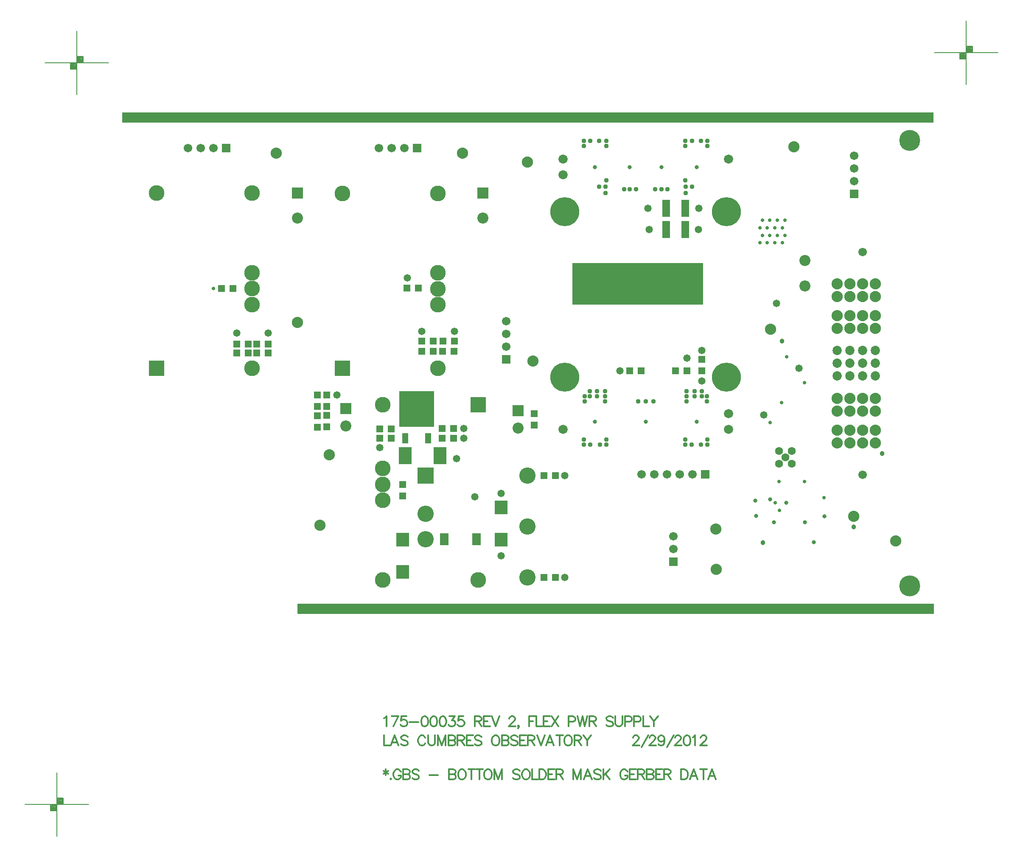
<source format=gbs>
%FSLAX23Y23*%
%MOIN*%
G70*
G01*
G75*
G04 Layer_Color=16711935*
%ADD10R,0.036X0.036*%
%ADD11R,0.050X0.050*%
%ADD12R,0.059X0.039*%
%ADD13O,0.014X0.067*%
%ADD14O,0.024X0.079*%
%ADD15R,0.050X0.050*%
%ADD16R,0.268X0.272*%
%ADD17R,0.037X0.075*%
%ADD18C,0.010*%
%ADD19C,0.020*%
%ADD20C,0.012*%
%ADD21R,5.000X0.079*%
%ADD22R,0.221X0.206*%
%ADD23R,6.378X0.079*%
%ADD24R,0.221X0.197*%
%ADD25R,0.262X0.135*%
%ADD26C,0.008*%
%ADD27C,0.012*%
%ADD28C,0.012*%
%ADD29R,0.059X0.059*%
%ADD30C,0.059*%
%ADD31C,0.157*%
%ADD32C,0.080*%
%ADD33C,0.079*%
%ADD34R,0.079X0.079*%
%ADD35R,0.120X0.120*%
%ADD36C,0.120*%
%ADD37C,0.055*%
%ADD38C,0.065*%
%ADD39C,0.115*%
%ADD40R,0.115X0.115*%
%ADD41C,0.037*%
%ADD42C,0.233*%
%ADD43C,0.220*%
%ADD44C,0.064*%
%ADD45C,0.020*%
%ADD46R,0.059X0.059*%
%ADD47C,0.030*%
%ADD48C,0.050*%
%ADD49C,0.024*%
%ADD50C,0.040*%
%ADD51C,0.075*%
%ADD52C,0.206*%
%ADD53C,0.092*%
G04:AMPARAMS|DCode=54|XSize=112mil|YSize=112mil|CornerRadius=0mil|HoleSize=0mil|Usage=FLASHONLY|Rotation=0.000|XOffset=0mil|YOffset=0mil|HoleType=Round|Shape=Relief|Width=10mil|Gap=10mil|Entries=4|*
%AMTHD54*
7,0,0,0.112,0.092,0.010,45*
%
%ADD54THD54*%
%ADD55C,0.087*%
%ADD56C,0.118*%
%ADD57C,0.073*%
%ADD58C,0.190*%
G04:AMPARAMS|DCode=59|XSize=107.244mil|YSize=107.244mil|CornerRadius=0mil|HoleSize=0mil|Usage=FLASHONLY|Rotation=0.000|XOffset=0mil|YOffset=0mil|HoleType=Round|Shape=Relief|Width=10mil|Gap=10mil|Entries=4|*
%AMTHD59*
7,0,0,0.107,0.087,0.010,45*
%
%ADD59THD59*%
G04:AMPARAMS|DCode=60|XSize=138mil|YSize=138mil|CornerRadius=0mil|HoleSize=0mil|Usage=FLASHONLY|Rotation=0.000|XOffset=0mil|YOffset=0mil|HoleType=Round|Shape=Relief|Width=10mil|Gap=10mil|Entries=4|*
%AMTHD60*
7,0,0,0.138,0.118,0.010,45*
%
%ADD60THD60*%
%ADD61C,0.067*%
%ADD62C,0.056*%
%ADD63C,0.104*%
G04:AMPARAMS|DCode=64|XSize=70mil|YSize=70mil|CornerRadius=0mil|HoleSize=0mil|Usage=FLASHONLY|Rotation=0.000|XOffset=0mil|YOffset=0mil|HoleType=Round|Shape=Relief|Width=10mil|Gap=10mil|Entries=4|*
%AMTHD64*
7,0,0,0.070,0.050,0.010,45*
%
%ADD64THD64*%
G04:AMPARAMS|DCode=65|XSize=95.433mil|YSize=95.433mil|CornerRadius=0mil|HoleSize=0mil|Usage=FLASHONLY|Rotation=0.000|XOffset=0mil|YOffset=0mil|HoleType=Round|Shape=Relief|Width=10mil|Gap=10mil|Entries=4|*
%AMTHD65*
7,0,0,0.095,0.075,0.010,45*
%
%ADD65THD65*%
%ADD66C,0.055*%
%ADD67C,0.068*%
G04:AMPARAMS|DCode=68|XSize=88mil|YSize=88mil|CornerRadius=0mil|HoleSize=0mil|Usage=FLASHONLY|Rotation=0.000|XOffset=0mil|YOffset=0mil|HoleType=Round|Shape=Relief|Width=10mil|Gap=10mil|Entries=4|*
%AMTHD68*
7,0,0,0.088,0.068,0.010,45*
%
%ADD68THD68*%
G04:AMPARAMS|DCode=69|XSize=226.142mil|YSize=226.142mil|CornerRadius=0mil|HoleSize=0mil|Usage=FLASHONLY|Rotation=0.000|XOffset=0mil|YOffset=0mil|HoleType=Round|Shape=Relief|Width=10mil|Gap=10mil|Entries=4|*
%AMTHD69*
7,0,0,0.226,0.206,0.010,45*
%
%ADD69THD69*%
G04:AMPARAMS|DCode=70|XSize=93.465mil|YSize=93.465mil|CornerRadius=0mil|HoleSize=0mil|Usage=FLASHONLY|Rotation=0.000|XOffset=0mil|YOffset=0mil|HoleType=Round|Shape=Relief|Width=10mil|Gap=10mil|Entries=4|*
%AMTHD70*
7,0,0,0.093,0.073,0.010,45*
%
%ADD70THD70*%
G04:AMPARAMS|DCode=71|XSize=100mil|YSize=100mil|CornerRadius=0mil|HoleSize=0mil|Usage=FLASHONLY|Rotation=0.000|XOffset=0mil|YOffset=0mil|HoleType=Round|Shape=Relief|Width=10mil|Gap=10mil|Entries=4|*
%AMTHD71*
7,0,0,0.100,0.080,0.010,45*
%
%ADD71THD71*%
G04:AMPARAMS|DCode=72|XSize=75mil|YSize=75mil|CornerRadius=0mil|HoleSize=0mil|Usage=FLASHONLY|Rotation=0.000|XOffset=0mil|YOffset=0mil|HoleType=Round|Shape=Relief|Width=10mil|Gap=10mil|Entries=4|*
%AMTHD72*
7,0,0,0.075,0.055,0.010,45*
%
%ADD72THD72*%
%ADD73R,0.094X0.102*%
%ADD74R,0.055X0.130*%
%ADD75R,0.059X0.087*%
%ADD76R,0.094X0.130*%
%ADD77C,0.050*%
%ADD78C,0.025*%
%ADD79C,0.007*%
%ADD80R,4.998X0.079*%
%ADD81C,0.025*%
%ADD82C,0.010*%
%ADD83C,0.024*%
%ADD84C,0.010*%
%ADD85C,0.006*%
%ADD86C,0.007*%
%ADD87C,0.008*%
%ADD88R,0.190X0.123*%
%ADD89R,0.230X0.340*%
%ADD90R,0.240X0.280*%
%ADD91R,0.230X0.275*%
%ADD92R,0.230X0.315*%
%ADD93R,0.044X0.044*%
%ADD94R,0.058X0.058*%
%ADD95R,0.067X0.047*%
%ADD96O,0.022X0.075*%
%ADD97O,0.032X0.087*%
%ADD98R,0.058X0.058*%
%ADD99R,0.276X0.280*%
%ADD100R,0.045X0.083*%
%ADD101R,0.067X0.067*%
%ADD102C,0.067*%
%ADD103C,0.165*%
%ADD104C,0.088*%
%ADD105C,0.087*%
%ADD106R,0.087X0.087*%
%ADD107R,0.128X0.128*%
%ADD108C,0.128*%
%ADD109C,0.063*%
%ADD110C,0.073*%
%ADD111C,0.123*%
%ADD112R,0.123X0.123*%
%ADD113C,0.241*%
%ADD114C,0.228*%
%ADD115C,0.072*%
%ADD116C,0.028*%
%ADD117R,0.067X0.067*%
%ADD118C,0.038*%
%ADD119C,0.058*%
%ADD120C,0.032*%
%ADD121R,1.028X0.327*%
%ADD122R,0.102X0.110*%
%ADD123R,0.063X0.138*%
%ADD124R,0.067X0.095*%
%ADD125R,0.102X0.138*%
%ADD126C,0.033*%
D20*
X49088Y30644D02*
Y30598D01*
X49069Y30633D02*
X49107Y30610D01*
Y30633D02*
X49069Y30610D01*
X49127Y30572D02*
X49123Y30568D01*
X49127Y30564D01*
X49131Y30568D01*
X49127Y30572D01*
X49205Y30625D02*
X49201Y30633D01*
X49194Y30640D01*
X49186Y30644D01*
X49171D01*
X49163Y30640D01*
X49156Y30633D01*
X49152Y30625D01*
X49148Y30614D01*
Y30594D01*
X49152Y30583D01*
X49156Y30575D01*
X49163Y30568D01*
X49171Y30564D01*
X49186D01*
X49194Y30568D01*
X49201Y30575D01*
X49205Y30583D01*
Y30594D01*
X49186D02*
X49205D01*
X49224Y30644D02*
Y30564D01*
Y30644D02*
X49258D01*
X49269Y30640D01*
X49273Y30636D01*
X49277Y30629D01*
Y30621D01*
X49273Y30614D01*
X49269Y30610D01*
X49258Y30606D01*
X49224D02*
X49258D01*
X49269Y30602D01*
X49273Y30598D01*
X49277Y30591D01*
Y30579D01*
X49273Y30572D01*
X49269Y30568D01*
X49258Y30564D01*
X49224D01*
X49348Y30633D02*
X49340Y30640D01*
X49329Y30644D01*
X49314D01*
X49302Y30640D01*
X49295Y30633D01*
Y30625D01*
X49299Y30617D01*
X49302Y30614D01*
X49310Y30610D01*
X49333Y30602D01*
X49340Y30598D01*
X49344Y30594D01*
X49348Y30587D01*
Y30575D01*
X49340Y30568D01*
X49329Y30564D01*
X49314D01*
X49302Y30568D01*
X49295Y30575D01*
X49429Y30598D02*
X49497D01*
X49584Y30644D02*
Y30564D01*
Y30644D02*
X49618D01*
X49630Y30640D01*
X49633Y30636D01*
X49637Y30629D01*
Y30621D01*
X49633Y30614D01*
X49630Y30610D01*
X49618Y30606D01*
X49584D02*
X49618D01*
X49630Y30602D01*
X49633Y30598D01*
X49637Y30591D01*
Y30579D01*
X49633Y30572D01*
X49630Y30568D01*
X49618Y30564D01*
X49584D01*
X49678Y30644D02*
X49670Y30640D01*
X49663Y30633D01*
X49659Y30625D01*
X49655Y30614D01*
Y30594D01*
X49659Y30583D01*
X49663Y30575D01*
X49670Y30568D01*
X49678Y30564D01*
X49693D01*
X49701Y30568D01*
X49708Y30575D01*
X49712Y30583D01*
X49716Y30594D01*
Y30614D01*
X49712Y30625D01*
X49708Y30633D01*
X49701Y30640D01*
X49693Y30644D01*
X49678D01*
X49761D02*
Y30564D01*
X49735Y30644D02*
X49788D01*
X49824D02*
Y30564D01*
X49798Y30644D02*
X49851D01*
X49883D02*
X49876Y30640D01*
X49868Y30633D01*
X49864Y30625D01*
X49860Y30614D01*
Y30594D01*
X49864Y30583D01*
X49868Y30575D01*
X49876Y30568D01*
X49883Y30564D01*
X49898D01*
X49906Y30568D01*
X49914Y30575D01*
X49918Y30583D01*
X49921Y30594D01*
Y30614D01*
X49918Y30625D01*
X49914Y30633D01*
X49906Y30640D01*
X49898Y30644D01*
X49883D01*
X49940D02*
Y30564D01*
Y30644D02*
X49970Y30564D01*
X50001Y30644D02*
X49970Y30564D01*
X50001Y30644D02*
Y30564D01*
X50140Y30633D02*
X50132Y30640D01*
X50121Y30644D01*
X50106D01*
X50094Y30640D01*
X50087Y30633D01*
Y30625D01*
X50090Y30617D01*
X50094Y30614D01*
X50102Y30610D01*
X50125Y30602D01*
X50132Y30598D01*
X50136Y30594D01*
X50140Y30587D01*
Y30575D01*
X50132Y30568D01*
X50121Y30564D01*
X50106D01*
X50094Y30568D01*
X50087Y30575D01*
X50181Y30644D02*
X50173Y30640D01*
X50165Y30633D01*
X50162Y30625D01*
X50158Y30614D01*
Y30594D01*
X50162Y30583D01*
X50165Y30575D01*
X50173Y30568D01*
X50181Y30564D01*
X50196D01*
X50204Y30568D01*
X50211Y30575D01*
X50215Y30583D01*
X50219Y30594D01*
Y30614D01*
X50215Y30625D01*
X50211Y30633D01*
X50204Y30640D01*
X50196Y30644D01*
X50181D01*
X50237D02*
Y30564D01*
X50283D01*
X50292Y30644D02*
Y30564D01*
Y30644D02*
X50319D01*
X50330Y30640D01*
X50338Y30633D01*
X50341Y30625D01*
X50345Y30614D01*
Y30594D01*
X50341Y30583D01*
X50338Y30575D01*
X50330Y30568D01*
X50319Y30564D01*
X50292D01*
X50413Y30644D02*
X50363D01*
Y30564D01*
X50413D01*
X50363Y30606D02*
X50394D01*
X50426Y30644D02*
Y30564D01*
Y30644D02*
X50460D01*
X50472Y30640D01*
X50475Y30636D01*
X50479Y30629D01*
Y30621D01*
X50475Y30614D01*
X50472Y30610D01*
X50460Y30606D01*
X50426D01*
X50453D02*
X50479Y30564D01*
X50560Y30644D02*
Y30564D01*
Y30644D02*
X50591Y30564D01*
X50621Y30644D02*
X50591Y30564D01*
X50621Y30644D02*
Y30564D01*
X50705D02*
X50674Y30644D01*
X50644Y30564D01*
X50655Y30591D02*
X50693D01*
X50777Y30633D02*
X50769Y30640D01*
X50758Y30644D01*
X50742D01*
X50731Y30640D01*
X50723Y30633D01*
Y30625D01*
X50727Y30617D01*
X50731Y30614D01*
X50739Y30610D01*
X50762Y30602D01*
X50769Y30598D01*
X50773Y30594D01*
X50777Y30587D01*
Y30575D01*
X50769Y30568D01*
X50758Y30564D01*
X50742D01*
X50731Y30568D01*
X50723Y30575D01*
X50795Y30644D02*
Y30564D01*
X50848Y30644D02*
X50795Y30591D01*
X50814Y30610D02*
X50848Y30564D01*
X50986Y30625D02*
X50982Y30633D01*
X50974Y30640D01*
X50967Y30644D01*
X50952D01*
X50944Y30640D01*
X50936Y30633D01*
X50933Y30625D01*
X50929Y30614D01*
Y30594D01*
X50933Y30583D01*
X50936Y30575D01*
X50944Y30568D01*
X50952Y30564D01*
X50967D01*
X50974Y30568D01*
X50982Y30575D01*
X50986Y30583D01*
Y30594D01*
X50967D02*
X50986D01*
X51054Y30644D02*
X51004D01*
Y30564D01*
X51054D01*
X51004Y30606D02*
X51035D01*
X51067Y30644D02*
Y30564D01*
Y30644D02*
X51101D01*
X51113Y30640D01*
X51116Y30636D01*
X51120Y30629D01*
Y30621D01*
X51116Y30614D01*
X51113Y30610D01*
X51101Y30606D01*
X51067D01*
X51094D02*
X51120Y30564D01*
X51138Y30644D02*
Y30564D01*
Y30644D02*
X51172D01*
X51184Y30640D01*
X51188Y30636D01*
X51192Y30629D01*
Y30621D01*
X51188Y30614D01*
X51184Y30610D01*
X51172Y30606D01*
X51138D02*
X51172D01*
X51184Y30602D01*
X51188Y30598D01*
X51192Y30591D01*
Y30579D01*
X51188Y30572D01*
X51184Y30568D01*
X51172Y30564D01*
X51138D01*
X51259Y30644D02*
X51209D01*
Y30564D01*
X51259D01*
X51209Y30606D02*
X51240D01*
X51272Y30644D02*
Y30564D01*
Y30644D02*
X51307D01*
X51318Y30640D01*
X51322Y30636D01*
X51326Y30629D01*
Y30621D01*
X51322Y30614D01*
X51318Y30610D01*
X51307Y30606D01*
X51272D01*
X51299D02*
X51326Y30564D01*
X51406Y30644D02*
Y30564D01*
Y30644D02*
X51433D01*
X51444Y30640D01*
X51452Y30633D01*
X51456Y30625D01*
X51460Y30614D01*
Y30594D01*
X51456Y30583D01*
X51452Y30575D01*
X51444Y30568D01*
X51433Y30564D01*
X51406D01*
X51538D02*
X51508Y30644D01*
X51478Y30564D01*
X51489Y30591D02*
X51527D01*
X51584Y30644D02*
Y30564D01*
X51557Y30644D02*
X51610D01*
X51681Y30564D02*
X51650Y30644D01*
X51620Y30564D01*
X51631Y30591D02*
X51670D01*
D21*
X50892Y31905D02*
D03*
D23*
X50203Y35764D02*
D03*
D26*
X46410Y36197D02*
X46910D01*
X46660Y35947D02*
Y36447D01*
X46710Y36197D02*
Y36247D01*
X46660D02*
X46710D01*
X46610Y36147D02*
Y36197D01*
Y36147D02*
X46660D01*
X46615Y36192D02*
X46655D01*
X46615Y36152D02*
Y36192D01*
Y36152D02*
X46655D01*
Y36192D01*
X46620Y36187D02*
X46650D01*
X46620Y36157D02*
Y36187D01*
Y36157D02*
X46650D01*
Y36182D01*
X46625D02*
X46645D01*
X46625Y36162D02*
Y36182D01*
Y36162D02*
X46645D01*
Y36177D01*
X46630D02*
X46640D01*
X46630Y36167D02*
Y36177D01*
Y36167D02*
X46640D01*
Y36177D01*
X46630Y36172D02*
X46640D01*
X46665Y36242D02*
X46705D01*
X46665Y36202D02*
Y36242D01*
Y36202D02*
X46705D01*
Y36242D01*
X46670Y36237D02*
X46700D01*
X46670Y36207D02*
Y36237D01*
Y36207D02*
X46700D01*
Y36232D01*
X46675D02*
X46695D01*
X46675Y36212D02*
Y36232D01*
Y36212D02*
X46695D01*
Y36227D01*
X46680D02*
X46690D01*
X46680Y36217D02*
Y36227D01*
Y36217D02*
X46690D01*
Y36227D01*
X46680Y36222D02*
X46690D01*
X46252Y30370D02*
X46752D01*
X46502Y30120D02*
Y30620D01*
X46552Y30370D02*
Y30420D01*
X46502D02*
X46552D01*
X46452Y30320D02*
Y30370D01*
Y30320D02*
X46502D01*
X46457Y30365D02*
X46497D01*
X46457Y30325D02*
Y30365D01*
Y30325D02*
X46497D01*
Y30365D01*
X46462Y30360D02*
X46492D01*
X46462Y30330D02*
Y30360D01*
Y30330D02*
X46492D01*
Y30355D01*
X46467D02*
X46487D01*
X46467Y30335D02*
Y30355D01*
Y30335D02*
X46487D01*
Y30350D01*
X46472D02*
X46482D01*
X46472Y30340D02*
Y30350D01*
Y30340D02*
X46482D01*
Y30350D01*
X46472Y30345D02*
X46482D01*
X46507Y30415D02*
X46547D01*
X46507Y30375D02*
Y30415D01*
Y30375D02*
X46547D01*
Y30415D01*
X46512Y30410D02*
X46542D01*
X46512Y30380D02*
Y30410D01*
Y30380D02*
X46542D01*
Y30405D01*
X46517D02*
X46537D01*
X46517Y30385D02*
Y30405D01*
Y30385D02*
X46537D01*
Y30400D01*
X46522D02*
X46532D01*
X46522Y30390D02*
Y30400D01*
Y30390D02*
X46532D01*
Y30400D01*
X46522Y30395D02*
X46532D01*
X53398Y36275D02*
X53898D01*
X53648Y36025D02*
Y36525D01*
X53698Y36275D02*
Y36325D01*
X53648D02*
X53698D01*
X53598Y36225D02*
Y36275D01*
Y36225D02*
X53648D01*
X53603Y36270D02*
X53643D01*
X53603Y36230D02*
Y36270D01*
Y36230D02*
X53643D01*
Y36270D01*
X53608Y36265D02*
X53638D01*
X53608Y36235D02*
Y36265D01*
Y36235D02*
X53638D01*
Y36260D01*
X53613D02*
X53633D01*
X53613Y36240D02*
Y36260D01*
Y36240D02*
X53633D01*
Y36255D01*
X53618D02*
X53628D01*
X53618Y36245D02*
Y36255D01*
Y36245D02*
X53628D01*
Y36255D01*
X53618Y36250D02*
X53628D01*
X53653Y36320D02*
X53693D01*
X53653Y36280D02*
Y36320D01*
Y36280D02*
X53693D01*
Y36320D01*
X53658Y36315D02*
X53688D01*
X53658Y36285D02*
Y36315D01*
Y36285D02*
X53688D01*
Y36310D01*
X53663D02*
X53683D01*
X53663Y36290D02*
Y36310D01*
Y36290D02*
X53683D01*
Y36305D01*
X53668D02*
X53678D01*
X53668Y36295D02*
Y36305D01*
Y36295D02*
X53678D01*
Y36305D01*
X53668Y36300D02*
X53678D01*
D27*
X49073Y30911D02*
Y30831D01*
X49119D01*
X49188D02*
X49158Y30911D01*
X49127Y30831D01*
X49139Y30857D02*
X49177D01*
X49260Y30899D02*
X49253Y30907D01*
X49241Y30911D01*
X49226D01*
X49215Y30907D01*
X49207Y30899D01*
Y30892D01*
X49211Y30884D01*
X49215Y30880D01*
X49222Y30876D01*
X49245Y30869D01*
X49253Y30865D01*
X49257Y30861D01*
X49260Y30853D01*
Y30842D01*
X49253Y30834D01*
X49241Y30831D01*
X49226D01*
X49215Y30834D01*
X49207Y30842D01*
X49398Y30892D02*
X49394Y30899D01*
X49387Y30907D01*
X49379Y30911D01*
X49364D01*
X49356Y30907D01*
X49349Y30899D01*
X49345Y30892D01*
X49341Y30880D01*
Y30861D01*
X49345Y30850D01*
X49349Y30842D01*
X49356Y30834D01*
X49364Y30831D01*
X49379D01*
X49387Y30834D01*
X49394Y30842D01*
X49398Y30850D01*
X49421Y30911D02*
Y30853D01*
X49425Y30842D01*
X49432Y30834D01*
X49444Y30831D01*
X49451D01*
X49463Y30834D01*
X49470Y30842D01*
X49474Y30853D01*
Y30911D01*
X49496D02*
Y30831D01*
Y30911D02*
X49527Y30831D01*
X49557Y30911D02*
X49527Y30831D01*
X49557Y30911D02*
Y30831D01*
X49580Y30911D02*
Y30831D01*
Y30911D02*
X49614D01*
X49626Y30907D01*
X49629Y30903D01*
X49633Y30895D01*
Y30888D01*
X49629Y30880D01*
X49626Y30876D01*
X49614Y30872D01*
X49580D02*
X49614D01*
X49626Y30869D01*
X49629Y30865D01*
X49633Y30857D01*
Y30846D01*
X49629Y30838D01*
X49626Y30834D01*
X49614Y30831D01*
X49580D01*
X49651Y30911D02*
Y30831D01*
Y30911D02*
X49685D01*
X49697Y30907D01*
X49701Y30903D01*
X49705Y30895D01*
Y30888D01*
X49701Y30880D01*
X49697Y30876D01*
X49685Y30872D01*
X49651D01*
X49678D02*
X49705Y30831D01*
X49772Y30911D02*
X49722D01*
Y30831D01*
X49772D01*
X49722Y30872D02*
X49753D01*
X49839Y30899D02*
X49831Y30907D01*
X49820Y30911D01*
X49804D01*
X49793Y30907D01*
X49785Y30899D01*
Y30892D01*
X49789Y30884D01*
X49793Y30880D01*
X49800Y30876D01*
X49823Y30869D01*
X49831Y30865D01*
X49835Y30861D01*
X49839Y30853D01*
Y30842D01*
X49831Y30834D01*
X49820Y30831D01*
X49804D01*
X49793Y30834D01*
X49785Y30842D01*
X49942Y30911D02*
X49935Y30907D01*
X49927Y30899D01*
X49923Y30892D01*
X49919Y30880D01*
Y30861D01*
X49923Y30850D01*
X49927Y30842D01*
X49935Y30834D01*
X49942Y30831D01*
X49957D01*
X49965Y30834D01*
X49973Y30842D01*
X49976Y30850D01*
X49980Y30861D01*
Y30880D01*
X49976Y30892D01*
X49973Y30899D01*
X49965Y30907D01*
X49957Y30911D01*
X49942D01*
X49999D02*
Y30831D01*
Y30911D02*
X50033D01*
X50045Y30907D01*
X50048Y30903D01*
X50052Y30895D01*
Y30888D01*
X50048Y30880D01*
X50045Y30876D01*
X50033Y30872D01*
X49999D02*
X50033D01*
X50045Y30869D01*
X50048Y30865D01*
X50052Y30857D01*
Y30846D01*
X50048Y30838D01*
X50045Y30834D01*
X50033Y30831D01*
X49999D01*
X50123Y30899D02*
X50116Y30907D01*
X50104Y30911D01*
X50089D01*
X50078Y30907D01*
X50070Y30899D01*
Y30892D01*
X50074Y30884D01*
X50078Y30880D01*
X50085Y30876D01*
X50108Y30869D01*
X50116Y30865D01*
X50120Y30861D01*
X50123Y30853D01*
Y30842D01*
X50116Y30834D01*
X50104Y30831D01*
X50089D01*
X50078Y30834D01*
X50070Y30842D01*
X50191Y30911D02*
X50141D01*
Y30831D01*
X50191D01*
X50141Y30872D02*
X50172D01*
X50204Y30911D02*
Y30831D01*
Y30911D02*
X50238D01*
X50250Y30907D01*
X50254Y30903D01*
X50258Y30895D01*
Y30888D01*
X50254Y30880D01*
X50250Y30876D01*
X50238Y30872D01*
X50204D01*
X50231D02*
X50258Y30831D01*
X50275Y30911D02*
X50306Y30831D01*
X50336Y30911D02*
X50306Y30831D01*
X50408D02*
X50377Y30911D01*
X50347Y30831D01*
X50358Y30857D02*
X50396D01*
X50453Y30911D02*
Y30831D01*
X50426Y30911D02*
X50480D01*
X50512D02*
X50504Y30907D01*
X50497Y30899D01*
X50493Y30892D01*
X50489Y30880D01*
Y30861D01*
X50493Y30850D01*
X50497Y30842D01*
X50504Y30834D01*
X50512Y30831D01*
X50527D01*
X50535Y30834D01*
X50542Y30842D01*
X50546Y30850D01*
X50550Y30861D01*
Y30880D01*
X50546Y30892D01*
X50542Y30899D01*
X50535Y30907D01*
X50527Y30911D01*
X50512D01*
X50569D02*
Y30831D01*
Y30911D02*
X50603D01*
X50614Y30907D01*
X50618Y30903D01*
X50622Y30895D01*
Y30888D01*
X50618Y30880D01*
X50614Y30876D01*
X50603Y30872D01*
X50569D01*
X50595D02*
X50622Y30831D01*
X50640Y30911D02*
X50670Y30872D01*
Y30831D01*
X50701Y30911D02*
X50670Y30872D01*
X51029Y30892D02*
Y30895D01*
X51033Y30903D01*
X51037Y30907D01*
X51044Y30911D01*
X51060D01*
X51067Y30907D01*
X51071Y30903D01*
X51075Y30895D01*
Y30888D01*
X51071Y30880D01*
X51063Y30869D01*
X51025Y30831D01*
X51079D01*
X51097Y30819D02*
X51150Y30911D01*
X51159Y30892D02*
Y30895D01*
X51163Y30903D01*
X51167Y30907D01*
X51174Y30911D01*
X51190D01*
X51197Y30907D01*
X51201Y30903D01*
X51205Y30895D01*
Y30888D01*
X51201Y30880D01*
X51193Y30869D01*
X51155Y30831D01*
X51209D01*
X51276Y30884D02*
X51272Y30872D01*
X51265Y30865D01*
X51253Y30861D01*
X51249D01*
X51238Y30865D01*
X51230Y30872D01*
X51226Y30884D01*
Y30888D01*
X51230Y30899D01*
X51238Y30907D01*
X51249Y30911D01*
X51253D01*
X51265Y30907D01*
X51272Y30899D01*
X51276Y30884D01*
Y30865D01*
X51272Y30846D01*
X51265Y30834D01*
X51253Y30831D01*
X51246D01*
X51234Y30834D01*
X51230Y30842D01*
X51298Y30819D02*
X51351Y30911D01*
X51360Y30892D02*
Y30895D01*
X51364Y30903D01*
X51368Y30907D01*
X51375Y30911D01*
X51391D01*
X51398Y30907D01*
X51402Y30903D01*
X51406Y30895D01*
Y30888D01*
X51402Y30880D01*
X51394Y30869D01*
X51356Y30831D01*
X51410D01*
X51450Y30911D02*
X51439Y30907D01*
X51431Y30895D01*
X51428Y30876D01*
Y30865D01*
X51431Y30846D01*
X51439Y30834D01*
X51450Y30831D01*
X51458D01*
X51469Y30834D01*
X51477Y30846D01*
X51481Y30865D01*
Y30876D01*
X51477Y30895D01*
X51469Y30907D01*
X51458Y30911D01*
X51450D01*
X51499Y30895D02*
X51506Y30899D01*
X51518Y30911D01*
Y30831D01*
X51561Y30892D02*
Y30895D01*
X51565Y30903D01*
X51569Y30907D01*
X51576Y30911D01*
X51592D01*
X51599Y30907D01*
X51603Y30903D01*
X51607Y30895D01*
Y30888D01*
X51603Y30880D01*
X51596Y30869D01*
X51557Y30831D01*
X51611D01*
D28*
X49073Y31045D02*
X49081Y31049D01*
X49092Y31061D01*
Y30981D01*
X49185Y31061D02*
X49147Y30981D01*
X49132Y31061D02*
X49185D01*
X49249D02*
X49211D01*
X49207Y31026D01*
X49211Y31030D01*
X49222Y31034D01*
X49233D01*
X49245Y31030D01*
X49252Y31022D01*
X49256Y31011D01*
Y31003D01*
X49252Y30992D01*
X49245Y30984D01*
X49233Y30981D01*
X49222D01*
X49211Y30984D01*
X49207Y30988D01*
X49203Y30996D01*
X49274Y31015D02*
X49343D01*
X49389Y31061D02*
X49378Y31057D01*
X49370Y31045D01*
X49366Y31026D01*
Y31015D01*
X49370Y30996D01*
X49378Y30984D01*
X49389Y30981D01*
X49397D01*
X49408Y30984D01*
X49416Y30996D01*
X49420Y31015D01*
Y31026D01*
X49416Y31045D01*
X49408Y31057D01*
X49397Y31061D01*
X49389D01*
X49460D02*
X49449Y31057D01*
X49441Y31045D01*
X49438Y31026D01*
Y31015D01*
X49441Y30996D01*
X49449Y30984D01*
X49460Y30981D01*
X49468D01*
X49479Y30984D01*
X49487Y30996D01*
X49491Y31015D01*
Y31026D01*
X49487Y31045D01*
X49479Y31057D01*
X49468Y31061D01*
X49460D01*
X49532D02*
X49520Y31057D01*
X49513Y31045D01*
X49509Y31026D01*
Y31015D01*
X49513Y30996D01*
X49520Y30984D01*
X49532Y30981D01*
X49539D01*
X49551Y30984D01*
X49558Y30996D01*
X49562Y31015D01*
Y31026D01*
X49558Y31045D01*
X49551Y31057D01*
X49539Y31061D01*
X49532D01*
X49588D02*
X49629D01*
X49607Y31030D01*
X49618D01*
X49626Y31026D01*
X49629Y31022D01*
X49633Y31011D01*
Y31003D01*
X49629Y30992D01*
X49622Y30984D01*
X49610Y30981D01*
X49599D01*
X49588Y30984D01*
X49584Y30988D01*
X49580Y30996D01*
X49697Y31061D02*
X49659D01*
X49655Y31026D01*
X49659Y31030D01*
X49670Y31034D01*
X49682D01*
X49693Y31030D01*
X49701Y31022D01*
X49705Y31011D01*
Y31003D01*
X49701Y30992D01*
X49693Y30984D01*
X49682Y30981D01*
X49670D01*
X49659Y30984D01*
X49655Y30988D01*
X49651Y30996D01*
X49785Y31061D02*
Y30981D01*
Y31061D02*
X49820D01*
X49831Y31057D01*
X49835Y31053D01*
X49839Y31045D01*
Y31038D01*
X49835Y31030D01*
X49831Y31026D01*
X49820Y31022D01*
X49785D01*
X49812D02*
X49839Y30981D01*
X49906Y31061D02*
X49856D01*
Y30981D01*
X49906D01*
X49856Y31022D02*
X49887D01*
X49919Y31061D02*
X49950Y30981D01*
X49980Y31061D02*
X49950Y30981D01*
X50057Y31042D02*
Y31045D01*
X50061Y31053D01*
X50065Y31057D01*
X50072Y31061D01*
X50088D01*
X50095Y31057D01*
X50099Y31053D01*
X50103Y31045D01*
Y31038D01*
X50099Y31030D01*
X50091Y31019D01*
X50053Y30981D01*
X50107D01*
X50132Y30984D02*
X50128Y30981D01*
X50125Y30984D01*
X50128Y30988D01*
X50132Y30984D01*
Y30977D01*
X50128Y30969D01*
X50125Y30965D01*
X50213Y31061D02*
Y30981D01*
Y31061D02*
X50262D01*
X50213Y31022D02*
X50243D01*
X50271Y31061D02*
Y30981D01*
X50317D01*
X50375Y31061D02*
X50326D01*
Y30981D01*
X50375D01*
X50326Y31022D02*
X50356D01*
X50389Y31061D02*
X50442Y30981D01*
Y31061D02*
X50389Y30981D01*
X50523Y31019D02*
X50557D01*
X50568Y31022D01*
X50572Y31026D01*
X50576Y31034D01*
Y31045D01*
X50572Y31053D01*
X50568Y31057D01*
X50557Y31061D01*
X50523D01*
Y30981D01*
X50594Y31061D02*
X50613Y30981D01*
X50632Y31061D02*
X50613Y30981D01*
X50632Y31061D02*
X50651Y30981D01*
X50670Y31061D02*
X50651Y30981D01*
X50686Y31061D02*
Y30981D01*
Y31061D02*
X50720D01*
X50732Y31057D01*
X50736Y31053D01*
X50739Y31045D01*
Y31038D01*
X50736Y31030D01*
X50732Y31026D01*
X50720Y31022D01*
X50686D01*
X50713D02*
X50739Y30981D01*
X50873Y31049D02*
X50866Y31057D01*
X50854Y31061D01*
X50839D01*
X50828Y31057D01*
X50820Y31049D01*
Y31042D01*
X50824Y31034D01*
X50828Y31030D01*
X50835Y31026D01*
X50858Y31019D01*
X50866Y31015D01*
X50870Y31011D01*
X50873Y31003D01*
Y30992D01*
X50866Y30984D01*
X50854Y30981D01*
X50839D01*
X50828Y30984D01*
X50820Y30992D01*
X50891Y31061D02*
Y31003D01*
X50895Y30992D01*
X50903Y30984D01*
X50914Y30981D01*
X50922D01*
X50933Y30984D01*
X50941Y30992D01*
X50945Y31003D01*
Y31061D01*
X50967Y31019D02*
X51001D01*
X51012Y31022D01*
X51016Y31026D01*
X51020Y31034D01*
Y31045D01*
X51016Y31053D01*
X51012Y31057D01*
X51001Y31061D01*
X50967D01*
Y30981D01*
X51038Y31019D02*
X51072D01*
X51084Y31022D01*
X51087Y31026D01*
X51091Y31034D01*
Y31045D01*
X51087Y31053D01*
X51084Y31057D01*
X51072Y31061D01*
X51038D01*
Y30981D01*
X51109Y31061D02*
Y30981D01*
X51155D01*
X51164Y31061D02*
X51194Y31022D01*
Y30981D01*
X51225Y31061D02*
X51194Y31022D01*
D41*
X51439Y33197D02*
D03*
Y33237D02*
D03*
X51489Y33197D02*
D03*
X51614D02*
D03*
X51564D02*
D03*
X51614Y33237D02*
D03*
X51569Y33617D02*
D03*
X51512D02*
D03*
X51449D02*
D03*
Y33577D02*
D03*
Y33537D02*
D03*
X51512Y33577D02*
D03*
X51569D02*
D03*
X51609D02*
D03*
Y33537D02*
D03*
X51069D02*
D03*
X51189D02*
D03*
X51129D02*
D03*
X50649D02*
D03*
Y33577D02*
D03*
X50689D02*
D03*
X50747D02*
D03*
X50809Y33537D02*
D03*
Y33577D02*
D03*
Y33617D02*
D03*
X50747D02*
D03*
X50689D02*
D03*
X50644Y33237D02*
D03*
X50694Y33197D02*
D03*
X50644D02*
D03*
X50769D02*
D03*
X50819Y33237D02*
D03*
Y33197D02*
D03*
X51614Y35542D02*
D03*
X51564Y35582D02*
D03*
X51614D02*
D03*
X51494D02*
D03*
X51439Y35542D02*
D03*
Y35582D02*
D03*
X51494Y35222D02*
D03*
X51439Y35272D02*
D03*
X51444Y35222D02*
D03*
Y35172D02*
D03*
X51254Y35202D02*
D03*
X51299D02*
D03*
X51204D02*
D03*
X51054D02*
D03*
X50959D02*
D03*
X51004D02*
D03*
X50814Y35172D02*
D03*
Y35222D02*
D03*
X50819Y35272D02*
D03*
X50764Y35222D02*
D03*
X50819Y35582D02*
D03*
Y35542D02*
D03*
X50764Y35582D02*
D03*
X50644D02*
D03*
X50694D02*
D03*
X50644Y35542D02*
D03*
D94*
X51569Y33866D02*
D03*
Y33776D02*
D03*
X50254Y33349D02*
D03*
Y33439D02*
D03*
X48624Y33334D02*
D03*
Y33424D02*
D03*
X48549Y33333D02*
D03*
Y33423D02*
D03*
Y33586D02*
D03*
Y33496D02*
D03*
X48624Y33586D02*
D03*
Y33496D02*
D03*
X49219Y32881D02*
D03*
Y32791D02*
D03*
D98*
X49343Y34425D02*
D03*
X49253D02*
D03*
X47886Y34422D02*
D03*
X47796D02*
D03*
X49529Y33245D02*
D03*
X49619D02*
D03*
X49041Y33318D02*
D03*
X49131D02*
D03*
X49534Y33929D02*
D03*
X49624D02*
D03*
X49535Y34010D02*
D03*
X49625D02*
D03*
X49461Y33929D02*
D03*
X49371D02*
D03*
X49461Y34010D02*
D03*
X49371D02*
D03*
X48074Y33986D02*
D03*
X48164D02*
D03*
X48005D02*
D03*
X47915D02*
D03*
X48005Y33916D02*
D03*
X47915D02*
D03*
X49529Y33321D02*
D03*
X49619D02*
D03*
X50419Y32951D02*
D03*
X50329D02*
D03*
Y32151D02*
D03*
X50419D02*
D03*
X51004Y33775D02*
D03*
X51094D02*
D03*
X51454Y33776D02*
D03*
X51364D02*
D03*
X48074Y33916D02*
D03*
X48164D02*
D03*
X49039Y33245D02*
D03*
X49129D02*
D03*
D99*
X49329Y33475D02*
D03*
D100*
X49419Y33245D02*
D03*
X49240D02*
D03*
D101*
X51345Y32277D02*
D03*
X52767Y35166D02*
D03*
X50032Y33866D02*
D03*
D102*
X51345Y32377D02*
D03*
Y32477D02*
D03*
X52832Y32960D02*
D03*
Y34710D02*
D03*
X51497Y32961D02*
D03*
X51397D02*
D03*
X51297D02*
D03*
X51197D02*
D03*
X51097D02*
D03*
X49232Y35526D02*
D03*
X49132D02*
D03*
X49032D02*
D03*
X52767Y35266D02*
D03*
Y35366D02*
D03*
Y35466D02*
D03*
X47732Y35526D02*
D03*
X47632D02*
D03*
X47532D02*
D03*
X50032Y33966D02*
D03*
Y34066D02*
D03*
Y34166D02*
D03*
D103*
X53203Y32085D02*
D03*
Y35585D02*
D03*
D104*
X50244Y33851D02*
D03*
X51679Y32531D02*
D03*
X51684Y32216D02*
D03*
X49691Y35485D02*
D03*
X48225D02*
D03*
X52109Y34101D02*
D03*
X53093Y32440D02*
D03*
X52294Y35536D02*
D03*
X48394Y34156D02*
D03*
X50199Y35416D02*
D03*
X52762Y32631D02*
D03*
X48569Y32561D02*
D03*
X48644Y33116D02*
D03*
X52932Y34460D02*
D03*
X52832D02*
D03*
X52732D02*
D03*
X52632D02*
D03*
Y34360D02*
D03*
X52732D02*
D03*
X52832D02*
D03*
X52932D02*
D03*
X52632Y34210D02*
D03*
X52732D02*
D03*
X52832D02*
D03*
X52932D02*
D03*
X52632Y34110D02*
D03*
X52732D02*
D03*
X52832D02*
D03*
X52932D02*
D03*
Y33210D02*
D03*
X52832D02*
D03*
X52732D02*
D03*
X52632D02*
D03*
X52932Y33310D02*
D03*
X52832D02*
D03*
X52732D02*
D03*
X52632D02*
D03*
X52932Y33460D02*
D03*
X52832D02*
D03*
X52732D02*
D03*
X52632D02*
D03*
Y33560D02*
D03*
X52732D02*
D03*
X52832D02*
D03*
X52932D02*
D03*
D105*
X48392Y34976D02*
D03*
X48772Y33342D02*
D03*
X49849Y34976D02*
D03*
X50125Y33325D02*
D03*
X52381Y34643D02*
D03*
Y34443D02*
D03*
D106*
X48392Y35173D02*
D03*
X48772Y33480D02*
D03*
X49849Y35173D02*
D03*
X50125Y33463D02*
D03*
D107*
X49399Y32951D02*
D03*
D108*
Y32651D02*
D03*
Y32451D02*
D03*
X50199Y32151D02*
D03*
Y32551D02*
D03*
Y32951D02*
D03*
D109*
X52278Y33047D02*
D03*
X52178D02*
D03*
Y33147D02*
D03*
X52278D02*
D03*
X52228Y33097D02*
D03*
D110*
X52932Y33735D02*
D03*
X52832D02*
D03*
X52732D02*
D03*
X52632D02*
D03*
X52932Y33835D02*
D03*
X52832D02*
D03*
X52732D02*
D03*
X52632D02*
D03*
X52932Y33935D02*
D03*
X52832D02*
D03*
X52732D02*
D03*
X52632D02*
D03*
D111*
X48747Y35170D02*
D03*
X49497D02*
D03*
Y34545D02*
D03*
Y34420D02*
D03*
Y34295D02*
D03*
Y33795D02*
D03*
X48038Y33797D02*
D03*
Y34297D02*
D03*
Y34422D02*
D03*
Y34547D02*
D03*
Y35172D02*
D03*
X47288D02*
D03*
X49812Y32133D02*
D03*
X49062D02*
D03*
Y32758D02*
D03*
Y32883D02*
D03*
Y33008D02*
D03*
Y33508D02*
D03*
D112*
X48747Y33795D02*
D03*
X47288Y33797D02*
D03*
X49812Y33508D02*
D03*
D114*
X51764Y33727D02*
D03*
Y35027D02*
D03*
X50494D02*
D03*
Y33727D02*
D03*
D115*
X51779Y35440D02*
D03*
X50479Y35315D02*
D03*
Y35440D02*
D03*
X51779Y33314D02*
D03*
Y33439D02*
D03*
X50479Y33314D02*
D03*
D116*
X52045Y34958D02*
D03*
X52104D02*
D03*
X52163D02*
D03*
X52222D02*
D03*
X52202Y34899D02*
D03*
X52143D02*
D03*
X52084D02*
D03*
X52025D02*
D03*
X52045Y34840D02*
D03*
X52104D02*
D03*
X52163D02*
D03*
X52222D02*
D03*
X52202Y34781D02*
D03*
X52143D02*
D03*
X52084D02*
D03*
X52025D02*
D03*
X49428Y33377D02*
D03*
X49369D02*
D03*
X49310D02*
D03*
X49251D02*
D03*
X49231Y33436D02*
D03*
X49290D02*
D03*
X49349D02*
D03*
X49408D02*
D03*
X49428Y33495D02*
D03*
X49369D02*
D03*
X49310D02*
D03*
X49251D02*
D03*
X49231Y33554D02*
D03*
X49290D02*
D03*
X49349D02*
D03*
X49408D02*
D03*
X52529Y32780D02*
D03*
X52179Y32678D02*
D03*
X52146Y32740D02*
D03*
X52107Y33368D02*
D03*
X52196Y33527D02*
D03*
X52235Y33887D02*
D03*
X52378Y33681D02*
D03*
Y32906D02*
D03*
X52176Y32905D02*
D03*
X47734Y34421D02*
D03*
D117*
X51597Y32961D02*
D03*
X49332Y35526D02*
D03*
X47832D02*
D03*
D118*
X52200Y34010D02*
D03*
X52051Y32426D02*
D03*
X52986Y33126D02*
D03*
X52762Y32550D02*
D03*
D119*
X52333Y33795D02*
D03*
X52058Y33429D02*
D03*
X51454Y33876D02*
D03*
X51569Y33696D02*
D03*
X51147Y35053D02*
D03*
X51155Y34886D02*
D03*
X51542D02*
D03*
X51547Y35053D02*
D03*
X48164Y34071D02*
D03*
X47915D02*
D03*
X48704Y33586D02*
D03*
X49041Y33171D02*
D03*
X49644Y33086D02*
D03*
X49699Y33321D02*
D03*
Y33246D02*
D03*
X49371Y34086D02*
D03*
X49625D02*
D03*
X49787Y32786D02*
D03*
X49257Y34504D02*
D03*
X49994Y32322D02*
D03*
X50494Y32151D02*
D03*
Y32951D02*
D03*
X49994Y32811D02*
D03*
X50927Y33775D02*
D03*
X51569Y33935D02*
D03*
X52156Y34306D02*
D03*
D120*
X52381Y32584D02*
D03*
X52135Y32585D02*
D03*
X52451Y32430D02*
D03*
X52105Y32764D02*
D03*
X52534Y32632D02*
D03*
X51995Y32634D02*
D03*
X51989Y32756D02*
D03*
X52233Y32738D02*
D03*
D121*
X51066Y34458D02*
D03*
D122*
X49994Y32702D02*
D03*
Y32450D02*
D03*
X49221Y32196D02*
D03*
Y32449D02*
D03*
D123*
X51290Y34886D02*
D03*
X51439D02*
D03*
X51290Y35052D02*
D03*
X51439D02*
D03*
D124*
X49800Y32451D02*
D03*
X49548D02*
D03*
D125*
X49240Y33109D02*
D03*
X49513D02*
D03*
D126*
X51529Y35377D02*
D03*
X51254D02*
D03*
X51004D02*
D03*
X50729D02*
D03*
X51129Y33377D02*
D03*
X51529D02*
D03*
X50729D02*
D03*
M02*

</source>
